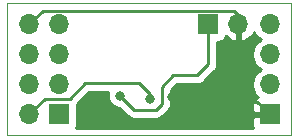
<source format=gbr>
G04 #@! TF.GenerationSoftware,KiCad,Pcbnew,(5.1.9)-1*
G04 #@! TF.CreationDate,2021-04-09T17:17:30+02:00*
G04 #@! TF.ProjectId,Token,546f6b65-6e2e-46b6-9963-61645f706362,rev?*
G04 #@! TF.SameCoordinates,Original*
G04 #@! TF.FileFunction,Copper,L2,Bot*
G04 #@! TF.FilePolarity,Positive*
%FSLAX46Y46*%
G04 Gerber Fmt 4.6, Leading zero omitted, Abs format (unit mm)*
G04 Created by KiCad (PCBNEW (5.1.9)-1) date 2021-04-09 17:17:30*
%MOMM*%
%LPD*%
G01*
G04 APERTURE LIST*
G04 #@! TA.AperFunction,Profile*
%ADD10C,0.050000*%
G04 #@! TD*
G04 #@! TA.AperFunction,ComponentPad*
%ADD11O,1.700000X1.700000*%
G04 #@! TD*
G04 #@! TA.AperFunction,ComponentPad*
%ADD12R,1.700000X1.700000*%
G04 #@! TD*
G04 #@! TA.AperFunction,ViaPad*
%ADD13C,0.800000*%
G04 #@! TD*
G04 #@! TA.AperFunction,Conductor*
%ADD14C,0.250000*%
G04 #@! TD*
G04 #@! TA.AperFunction,Conductor*
%ADD15C,0.254000*%
G04 #@! TD*
G04 #@! TA.AperFunction,Conductor*
%ADD16C,0.100000*%
G04 #@! TD*
G04 APERTURE END LIST*
D10*
X161988500Y-47688500D02*
X158115000Y-47688500D01*
X161988500Y-36512500D02*
X161988500Y-47688500D01*
X158115000Y-36512500D02*
X161988500Y-36512500D01*
X137985500Y-36512500D02*
X138049000Y-36512500D01*
X137985500Y-47688500D02*
X137985500Y-36512500D01*
X158115000Y-47688500D02*
X137985500Y-47688500D01*
X138049000Y-36512500D02*
X158115000Y-36512500D01*
D11*
G04 #@! TO.P,J2,4*
G04 #@! TO.N,VCC*
X160210500Y-38290500D03*
G04 #@! TO.P,J2,3*
G04 #@! TO.N,DATA_TOP_CLK*
X160210500Y-40830500D03*
G04 #@! TO.P,J2,2*
G04 #@! TO.N,DATA_TOP*
X160210500Y-43370500D03*
D12*
G04 #@! TO.P,J2,1*
G04 #@! TO.N,GND*
X160210500Y-45910500D03*
G04 #@! TD*
G04 #@! TO.P,J4,1*
G04 #@! TO.N,IRQ*
X142367000Y-45910500D03*
D11*
G04 #@! TO.P,J4,2*
G04 #@! TO.N,MISO*
X139827000Y-45910500D03*
G04 #@! TO.P,J4,3*
G04 #@! TO.N,DATA_BOTTOM*
X142367000Y-43370500D03*
G04 #@! TO.P,J4,4*
G04 #@! TO.N,DATA_BOTTOM_CLK*
X139827000Y-43370500D03*
G04 #@! TO.P,J4,5*
G04 #@! TO.N,CSN*
X142367000Y-40830500D03*
G04 #@! TO.P,J4,6*
G04 #@! TO.N,CE*
X139827000Y-40830500D03*
G04 #@! TO.P,J4,7*
G04 #@! TO.N,VCC*
X142367000Y-38290500D03*
G04 #@! TO.P,J4,8*
G04 #@! TO.N,GND*
X139827000Y-38290500D03*
G04 #@! TD*
D12*
G04 #@! TO.P,J1,1*
G04 #@! TO.N,UPDI*
X155003500Y-38290500D03*
D11*
G04 #@! TO.P,J1,2*
G04 #@! TO.N,GND*
X157543500Y-38290500D03*
G04 #@! TD*
D13*
G04 #@! TO.N,MISO*
X150045847Y-44581653D03*
G04 #@! TO.N,GND*
X151955500Y-44450000D03*
G04 #@! TO.N,UPDI*
X147510500Y-44323000D03*
G04 #@! TD*
D14*
G04 #@! TO.N,MISO*
X141155847Y-44581653D02*
X139827000Y-45910500D01*
X141155847Y-44581653D02*
X143251347Y-44581653D01*
X143251347Y-44581653D02*
X144589500Y-43243500D01*
X144589500Y-43243500D02*
X149098000Y-43243500D01*
X150045847Y-44191347D02*
X150045847Y-44581653D01*
X149098000Y-43243500D02*
X150045847Y-44191347D01*
G04 #@! TO.N,GND*
X159149999Y-44849999D02*
X160210500Y-45910500D01*
X152355499Y-44849999D02*
X159149999Y-44849999D01*
X151955500Y-44450000D02*
X152355499Y-44849999D01*
X157543500Y-37528500D02*
X157543500Y-38290500D01*
X157130499Y-37115499D02*
X157543500Y-37528500D01*
X141002001Y-37115499D02*
X157130499Y-37115499D01*
X139827000Y-38290500D02*
X141002001Y-37115499D01*
G04 #@! TO.N,UPDI*
X147510500Y-44323000D02*
X148717000Y-45529500D01*
X148717000Y-45529500D02*
X150558500Y-45529500D01*
X150558500Y-45529500D02*
X151066500Y-45021500D01*
X151066500Y-45021500D02*
X151066500Y-43561000D01*
X151066500Y-43561000D02*
X152019000Y-42608500D01*
X153098500Y-42608500D02*
X154051000Y-42608500D01*
X152019000Y-42608500D02*
X153098500Y-42608500D01*
X155003500Y-41656000D02*
X155003500Y-38290500D01*
X154051000Y-42608500D02*
X155003500Y-41656000D01*
G04 #@! TD*
D15*
G04 #@! TO.N,GND*
X157670500Y-38163500D02*
X157690500Y-38163500D01*
X157690500Y-38417500D01*
X157670500Y-38417500D01*
X157670500Y-39610655D01*
X157900390Y-39731976D01*
X158047599Y-39687325D01*
X158310420Y-39562141D01*
X158543769Y-39388088D01*
X158738678Y-39171855D01*
X158874069Y-38944563D01*
X158894510Y-38993911D01*
X159057025Y-39237132D01*
X159263868Y-39443975D01*
X159438260Y-39560500D01*
X159263868Y-39677025D01*
X159057025Y-39883868D01*
X158894510Y-40127089D01*
X158782568Y-40397342D01*
X158725500Y-40684240D01*
X158725500Y-40976760D01*
X158782568Y-41263658D01*
X158894510Y-41533911D01*
X159057025Y-41777132D01*
X159263868Y-41983975D01*
X159438260Y-42100500D01*
X159263868Y-42217025D01*
X159057025Y-42423868D01*
X158894510Y-42667089D01*
X158782568Y-42937342D01*
X158725500Y-43224240D01*
X158725500Y-43516760D01*
X158782568Y-43803658D01*
X158894510Y-44073911D01*
X159057025Y-44317132D01*
X159188880Y-44448987D01*
X159116320Y-44470998D01*
X159006006Y-44529963D01*
X158909315Y-44609315D01*
X158829963Y-44706006D01*
X158770998Y-44816320D01*
X158734688Y-44936018D01*
X158722428Y-45060500D01*
X158725500Y-45624750D01*
X158884250Y-45783500D01*
X160083500Y-45783500D01*
X160083500Y-45763500D01*
X160337500Y-45763500D01*
X160337500Y-45783500D01*
X160357500Y-45783500D01*
X160357500Y-46037500D01*
X160337500Y-46037500D01*
X160337500Y-46057500D01*
X160083500Y-46057500D01*
X160083500Y-46037500D01*
X158884250Y-46037500D01*
X158725500Y-46196250D01*
X158722428Y-46760500D01*
X158734688Y-46884982D01*
X158770998Y-47004680D01*
X158783730Y-47028500D01*
X143793770Y-47028500D01*
X143806502Y-47004680D01*
X143842812Y-46884982D01*
X143855072Y-46760500D01*
X143855072Y-45060500D01*
X143854375Y-45053426D01*
X144904302Y-44003500D01*
X146522565Y-44003500D01*
X146515274Y-44021102D01*
X146475500Y-44221061D01*
X146475500Y-44424939D01*
X146515274Y-44624898D01*
X146593295Y-44813256D01*
X146706563Y-44982774D01*
X146850726Y-45126937D01*
X147020244Y-45240205D01*
X147208602Y-45318226D01*
X147408561Y-45358000D01*
X147470699Y-45358000D01*
X148153201Y-46040503D01*
X148176999Y-46069501D01*
X148292724Y-46164474D01*
X148424753Y-46235046D01*
X148568014Y-46278503D01*
X148679667Y-46289500D01*
X148679675Y-46289500D01*
X148717000Y-46293176D01*
X148754325Y-46289500D01*
X150521178Y-46289500D01*
X150558500Y-46293176D01*
X150595822Y-46289500D01*
X150595833Y-46289500D01*
X150707486Y-46278503D01*
X150850747Y-46235046D01*
X150982776Y-46164474D01*
X151098501Y-46069501D01*
X151122303Y-46040498D01*
X151577503Y-45585298D01*
X151606501Y-45561501D01*
X151701474Y-45445776D01*
X151772046Y-45313747D01*
X151815503Y-45170486D01*
X151826500Y-45058833D01*
X151826500Y-45058824D01*
X151830176Y-45021501D01*
X151826500Y-44984178D01*
X151826500Y-43875801D01*
X152333803Y-43368500D01*
X154013678Y-43368500D01*
X154051000Y-43372176D01*
X154088322Y-43368500D01*
X154088333Y-43368500D01*
X154199986Y-43357503D01*
X154343247Y-43314046D01*
X154475276Y-43243474D01*
X154591001Y-43148501D01*
X154614803Y-43119498D01*
X155514509Y-42219794D01*
X155543501Y-42196001D01*
X155567295Y-42167008D01*
X155567299Y-42167004D01*
X155638473Y-42080277D01*
X155638474Y-42080276D01*
X155709046Y-41948247D01*
X155752503Y-41804986D01*
X155763500Y-41693333D01*
X155763500Y-41693324D01*
X155767176Y-41656001D01*
X155763500Y-41618678D01*
X155763500Y-39778572D01*
X155853500Y-39778572D01*
X155977982Y-39766312D01*
X156097680Y-39730002D01*
X156207994Y-39671037D01*
X156304685Y-39591685D01*
X156384037Y-39494994D01*
X156443002Y-39384680D01*
X156467466Y-39304034D01*
X156543231Y-39388088D01*
X156776580Y-39562141D01*
X157039401Y-39687325D01*
X157186610Y-39731976D01*
X157416500Y-39610655D01*
X157416500Y-38417500D01*
X157396500Y-38417500D01*
X157396500Y-38163500D01*
X157416500Y-38163500D01*
X157416500Y-38143500D01*
X157670500Y-38143500D01*
X157670500Y-38163500D01*
G04 #@! TA.AperFunction,Conductor*
D16*
G36*
X157670500Y-38163500D02*
G01*
X157690500Y-38163500D01*
X157690500Y-38417500D01*
X157670500Y-38417500D01*
X157670500Y-39610655D01*
X157900390Y-39731976D01*
X158047599Y-39687325D01*
X158310420Y-39562141D01*
X158543769Y-39388088D01*
X158738678Y-39171855D01*
X158874069Y-38944563D01*
X158894510Y-38993911D01*
X159057025Y-39237132D01*
X159263868Y-39443975D01*
X159438260Y-39560500D01*
X159263868Y-39677025D01*
X159057025Y-39883868D01*
X158894510Y-40127089D01*
X158782568Y-40397342D01*
X158725500Y-40684240D01*
X158725500Y-40976760D01*
X158782568Y-41263658D01*
X158894510Y-41533911D01*
X159057025Y-41777132D01*
X159263868Y-41983975D01*
X159438260Y-42100500D01*
X159263868Y-42217025D01*
X159057025Y-42423868D01*
X158894510Y-42667089D01*
X158782568Y-42937342D01*
X158725500Y-43224240D01*
X158725500Y-43516760D01*
X158782568Y-43803658D01*
X158894510Y-44073911D01*
X159057025Y-44317132D01*
X159188880Y-44448987D01*
X159116320Y-44470998D01*
X159006006Y-44529963D01*
X158909315Y-44609315D01*
X158829963Y-44706006D01*
X158770998Y-44816320D01*
X158734688Y-44936018D01*
X158722428Y-45060500D01*
X158725500Y-45624750D01*
X158884250Y-45783500D01*
X160083500Y-45783500D01*
X160083500Y-45763500D01*
X160337500Y-45763500D01*
X160337500Y-45783500D01*
X160357500Y-45783500D01*
X160357500Y-46037500D01*
X160337500Y-46037500D01*
X160337500Y-46057500D01*
X160083500Y-46057500D01*
X160083500Y-46037500D01*
X158884250Y-46037500D01*
X158725500Y-46196250D01*
X158722428Y-46760500D01*
X158734688Y-46884982D01*
X158770998Y-47004680D01*
X158783730Y-47028500D01*
X143793770Y-47028500D01*
X143806502Y-47004680D01*
X143842812Y-46884982D01*
X143855072Y-46760500D01*
X143855072Y-45060500D01*
X143854375Y-45053426D01*
X144904302Y-44003500D01*
X146522565Y-44003500D01*
X146515274Y-44021102D01*
X146475500Y-44221061D01*
X146475500Y-44424939D01*
X146515274Y-44624898D01*
X146593295Y-44813256D01*
X146706563Y-44982774D01*
X146850726Y-45126937D01*
X147020244Y-45240205D01*
X147208602Y-45318226D01*
X147408561Y-45358000D01*
X147470699Y-45358000D01*
X148153201Y-46040503D01*
X148176999Y-46069501D01*
X148292724Y-46164474D01*
X148424753Y-46235046D01*
X148568014Y-46278503D01*
X148679667Y-46289500D01*
X148679675Y-46289500D01*
X148717000Y-46293176D01*
X148754325Y-46289500D01*
X150521178Y-46289500D01*
X150558500Y-46293176D01*
X150595822Y-46289500D01*
X150595833Y-46289500D01*
X150707486Y-46278503D01*
X150850747Y-46235046D01*
X150982776Y-46164474D01*
X151098501Y-46069501D01*
X151122303Y-46040498D01*
X151577503Y-45585298D01*
X151606501Y-45561501D01*
X151701474Y-45445776D01*
X151772046Y-45313747D01*
X151815503Y-45170486D01*
X151826500Y-45058833D01*
X151826500Y-45058824D01*
X151830176Y-45021501D01*
X151826500Y-44984178D01*
X151826500Y-43875801D01*
X152333803Y-43368500D01*
X154013678Y-43368500D01*
X154051000Y-43372176D01*
X154088322Y-43368500D01*
X154088333Y-43368500D01*
X154199986Y-43357503D01*
X154343247Y-43314046D01*
X154475276Y-43243474D01*
X154591001Y-43148501D01*
X154614803Y-43119498D01*
X155514509Y-42219794D01*
X155543501Y-42196001D01*
X155567295Y-42167008D01*
X155567299Y-42167004D01*
X155638473Y-42080277D01*
X155638474Y-42080276D01*
X155709046Y-41948247D01*
X155752503Y-41804986D01*
X155763500Y-41693333D01*
X155763500Y-41693324D01*
X155767176Y-41656001D01*
X155763500Y-41618678D01*
X155763500Y-39778572D01*
X155853500Y-39778572D01*
X155977982Y-39766312D01*
X156097680Y-39730002D01*
X156207994Y-39671037D01*
X156304685Y-39591685D01*
X156384037Y-39494994D01*
X156443002Y-39384680D01*
X156467466Y-39304034D01*
X156543231Y-39388088D01*
X156776580Y-39562141D01*
X157039401Y-39687325D01*
X157186610Y-39731976D01*
X157416500Y-39610655D01*
X157416500Y-38417500D01*
X157396500Y-38417500D01*
X157396500Y-38163500D01*
X157416500Y-38163500D01*
X157416500Y-38143500D01*
X157670500Y-38143500D01*
X157670500Y-38163500D01*
G37*
G04 #@! TD.AperFunction*
D15*
X139954000Y-38163500D02*
X139974000Y-38163500D01*
X139974000Y-38417500D01*
X139954000Y-38417500D01*
X139954000Y-38437500D01*
X139700000Y-38437500D01*
X139700000Y-38417500D01*
X139680000Y-38417500D01*
X139680000Y-38163500D01*
X139700000Y-38163500D01*
X139700000Y-38143500D01*
X139954000Y-38143500D01*
X139954000Y-38163500D01*
G04 #@! TA.AperFunction,Conductor*
D16*
G36*
X139954000Y-38163500D02*
G01*
X139974000Y-38163500D01*
X139974000Y-38417500D01*
X139954000Y-38417500D01*
X139954000Y-38437500D01*
X139700000Y-38437500D01*
X139700000Y-38417500D01*
X139680000Y-38417500D01*
X139680000Y-38163500D01*
X139700000Y-38163500D01*
X139700000Y-38143500D01*
X139954000Y-38143500D01*
X139954000Y-38163500D01*
G37*
G04 #@! TD.AperFunction*
G04 #@! TD*
M02*

</source>
